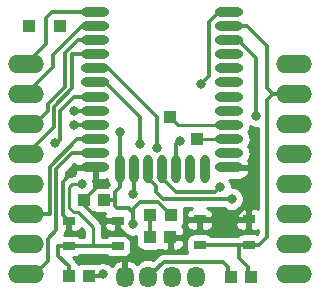
<source format=gtl>
G04 #@! TF.GenerationSoftware,KiCad,Pcbnew,(5.1.2)-1*
G04 #@! TF.CreationDate,2022-10-09T20:42:29+09:00*
G04 #@! TF.ProjectId,ble5,626c6535-2e6b-4696-9361-645f70636258,v2.1*
G04 #@! TF.SameCoordinates,Original*
G04 #@! TF.FileFunction,Copper,L1,Top*
G04 #@! TF.FilePolarity,Positive*
%FSLAX46Y46*%
G04 Gerber Fmt 4.6, Leading zero omitted, Abs format (unit mm)*
G04 Created by KiCad (PCBNEW (5.1.2)-1) date 2022-10-09 20:42:29*
%MOMM*%
%LPD*%
G04 APERTURE LIST*
%ADD10R,1.000000X1.000000*%
%ADD11O,2.400000X0.800000*%
%ADD12O,0.800000X2.400000*%
%ADD13R,1.100000X1.000000*%
%ADD14R,1.049020X1.079500*%
%ADD15O,3.048000X1.524000*%
%ADD16R,1.050000X0.650000*%
%ADD17O,1.524000X1.800000*%
%ADD18C,0.800000*%
%ADD19C,0.300000*%
%ADD20C,0.250000*%
%ADD21C,0.254000*%
G04 APERTURE END LIST*
D10*
X128800000Y-50800000D03*
X126500000Y-48900000D03*
D11*
X131500000Y-40000000D03*
X131500000Y-41200000D03*
X131500000Y-42400000D03*
X131500000Y-43600000D03*
X131500000Y-44800000D03*
X131500000Y-46000000D03*
X131500000Y-47200000D03*
X131500000Y-48400000D03*
X131500000Y-49600000D03*
X131500000Y-50800000D03*
X131500000Y-52000000D03*
X131500000Y-53200000D03*
D12*
X129450000Y-53300000D03*
X128250000Y-53300000D03*
X127050000Y-53300000D03*
X125850000Y-53300000D03*
X124650000Y-53300000D03*
X123450000Y-53300000D03*
X122250000Y-53300000D03*
D11*
X120200000Y-53200000D03*
X120200000Y-52000000D03*
X120200000Y-50800000D03*
X120200000Y-49600000D03*
X120200000Y-48400000D03*
X120200000Y-47200000D03*
X120200000Y-46000000D03*
X120200000Y-44800000D03*
X120200000Y-43600000D03*
X120200000Y-42400000D03*
X120200000Y-41200000D03*
X120200000Y-40000000D03*
D10*
X117250000Y-41200000D03*
X114600000Y-41200000D03*
D13*
X119250000Y-55950000D03*
X120950000Y-55950000D03*
X124850000Y-59100000D03*
X126550000Y-59100000D03*
D14*
X126573760Y-57200000D03*
X124826240Y-57200000D03*
D15*
X114300000Y-44450000D03*
X114300000Y-46990000D03*
X114300000Y-49530000D03*
X114300000Y-52070000D03*
X114300000Y-54610000D03*
X114300000Y-57150000D03*
X114300000Y-59690000D03*
X114300000Y-62230000D03*
X137050000Y-44450000D03*
X137050000Y-46990000D03*
X137050000Y-49530000D03*
X137050000Y-52070000D03*
X137050000Y-54610000D03*
X137050000Y-57150000D03*
X137050000Y-59690000D03*
X137050000Y-62230000D03*
D13*
X119650000Y-62400000D03*
X117950000Y-62400000D03*
X133350000Y-62500000D03*
X131650000Y-62500000D03*
D16*
X122100000Y-59850000D03*
X117950000Y-59850000D03*
X122100000Y-57700000D03*
X117950000Y-57700000D03*
X129050000Y-57600000D03*
X133200000Y-57600000D03*
X129050000Y-59750000D03*
X133200000Y-59750000D03*
D17*
X128700000Y-62500000D03*
X126700000Y-62500000D03*
X124700000Y-62500000D03*
X122700000Y-62500000D03*
D18*
X129150000Y-46095000D03*
X118199850Y-53649850D03*
X122250000Y-50162800D03*
X120841700Y-62245000D03*
X123379700Y-58020300D03*
X116750000Y-51150000D03*
X123400000Y-55450000D03*
X119051400Y-54603200D03*
X133799992Y-48800000D03*
X127350000Y-50950000D03*
X130718080Y-54836820D03*
X131743780Y-55862520D03*
X123950002Y-51200000D03*
X125392000Y-51522700D03*
X118384100Y-49642690D03*
X118390100Y-48385700D03*
D19*
X119250000Y-55950000D02*
X120181100Y-55018900D01*
X120181100Y-55018900D02*
X120181100Y-53200000D01*
X122700000Y-62500000D02*
X122700000Y-61249700D01*
X122700000Y-61249700D02*
X123377100Y-60572600D01*
X123377100Y-60572600D02*
X123377100Y-59952100D01*
X132324700Y-57600000D02*
X132180700Y-57456000D01*
X129925300Y-57600000D02*
X130069300Y-57456000D01*
X130069300Y-57456000D02*
X132180700Y-57456000D01*
X126550000Y-59100000D02*
X126550000Y-59251700D01*
X120181100Y-53200000D02*
X118649700Y-53200000D01*
X120200000Y-53200000D02*
X120181100Y-53200000D01*
X133200000Y-57600000D02*
X132324700Y-57600000D01*
X129050000Y-57600000D02*
X129925300Y-57600000D01*
X116550000Y-40000000D02*
X120200000Y-40000000D01*
X115987400Y-40562600D02*
X116550000Y-40000000D01*
X114300000Y-44450000D02*
X115987400Y-42762600D01*
X115987400Y-42762600D02*
X115987400Y-40562600D01*
X129800000Y-45445000D02*
X129549999Y-45695001D01*
X129800000Y-40900000D02*
X129800000Y-45445000D01*
X131500000Y-40000000D02*
X130700000Y-40000000D01*
X129549999Y-45695001D02*
X129150000Y-46095000D01*
X130700000Y-40000000D02*
X129800000Y-40900000D01*
X118649700Y-53200000D02*
X118199850Y-53649850D01*
X117450000Y-54399700D02*
X118649700Y-53200000D01*
X117950000Y-57700000D02*
X117450000Y-57200000D01*
X117450000Y-57200000D02*
X117450000Y-54399700D01*
X133440000Y-53200000D02*
X131500000Y-53200000D01*
X133440000Y-55955700D02*
X133440000Y-53200000D01*
X132180700Y-57456000D02*
X132180700Y-57215000D01*
X132180700Y-57215000D02*
X133440000Y-55955700D01*
X127840000Y-57600000D02*
X129050000Y-57600000D01*
X127840000Y-58850000D02*
X127840000Y-57600000D01*
X126550000Y-59251700D02*
X127438300Y-59251700D01*
X127438300Y-59251700D02*
X127840000Y-58850000D01*
X123755000Y-60330000D02*
X123377100Y-59952100D01*
X126290000Y-60330000D02*
X123755000Y-60330000D01*
X126550000Y-59251700D02*
X126550000Y-60070000D01*
X126550000Y-60070000D02*
X126290000Y-60330000D01*
X122100000Y-58230000D02*
X122100000Y-57700000D01*
X123377100Y-59952100D02*
X123377100Y-59507100D01*
X123377100Y-59507100D02*
X122100000Y-58230000D01*
X121224700Y-57700000D02*
X122100000Y-57700000D01*
X120590000Y-57700000D02*
X121224700Y-57700000D01*
X119265100Y-56375100D02*
X120590000Y-57700000D01*
X119250000Y-55950000D02*
X119250000Y-56375100D01*
X119250000Y-56375100D02*
X119265100Y-56375100D01*
X124700000Y-62500000D02*
X125975300Y-61224700D01*
X125975300Y-61224700D02*
X130975000Y-61224700D01*
X130975000Y-61224700D02*
X131400000Y-61649700D01*
X131400000Y-62500000D02*
X131400000Y-61649700D01*
X122250000Y-53300000D02*
X122250000Y-50162800D01*
X122250000Y-53300000D02*
X122250000Y-54850300D01*
X121851300Y-55950000D02*
X121851300Y-55249000D01*
X121851300Y-55249000D02*
X122250000Y-54850300D01*
X121850300Y-55950000D02*
X121851300Y-55950000D01*
X120841700Y-62245000D02*
X120705300Y-62245000D01*
X120705300Y-62245000D02*
X120550300Y-62400000D01*
X119650000Y-62400000D02*
X120550300Y-62400000D01*
X120950000Y-55950000D02*
X121850300Y-55950000D01*
X125523800Y-56150000D02*
X126573800Y-57200000D01*
X123950000Y-56150000D02*
X125523800Y-56150000D01*
X123379700Y-57012400D02*
X123379700Y-56720300D01*
X123379700Y-56720300D02*
X123950000Y-56150000D01*
X123379700Y-57012400D02*
X123379700Y-58020300D01*
X123017300Y-56650000D02*
X123379700Y-57012400D01*
X122038700Y-56650000D02*
X123017300Y-56650000D01*
X121851300Y-55950000D02*
X121851300Y-56462600D01*
X121851300Y-56462600D02*
X122038700Y-56650000D01*
X124826200Y-57200000D02*
X124826200Y-58090100D01*
X124826200Y-58090100D02*
X124850000Y-58113900D01*
X124850000Y-58113900D02*
X124850000Y-59100000D01*
X135410800Y-46990000D02*
X135285600Y-46990000D01*
X137160000Y-46990000D02*
X135410800Y-46990000D01*
X133037600Y-59750000D02*
X133200000Y-59750000D01*
X132324700Y-59750000D02*
X129925300Y-59750000D01*
X133037600Y-59750000D02*
X132324700Y-59750000D01*
X132324700Y-59750000D02*
X132324700Y-60874400D01*
X132324700Y-60874400D02*
X133100000Y-61649700D01*
X129050000Y-59750000D02*
X129925300Y-59750000D01*
X133100000Y-62500000D02*
X133100000Y-61649700D01*
X134750000Y-47525600D02*
X135285600Y-46990000D01*
X134750000Y-59075300D02*
X134750000Y-47525600D01*
X133200000Y-59750000D02*
X134075300Y-59750000D01*
X134075300Y-59750000D02*
X134750000Y-59075300D01*
X133050300Y-41200000D02*
X131500000Y-41200000D01*
X134750000Y-42899700D02*
X133050300Y-41200000D01*
X135285600Y-46990000D02*
X134750000Y-46454400D01*
X134750000Y-46454400D02*
X134750000Y-42899700D01*
X120200000Y-47200000D02*
X118436198Y-47200000D01*
X118436198Y-47200000D02*
X117206300Y-48429898D01*
X114300000Y-54432903D02*
X114300000Y-54610000D01*
D20*
X116750000Y-51150000D02*
X116962600Y-51150000D01*
D19*
X117206300Y-48429898D02*
X117206300Y-50906300D01*
D20*
X116993700Y-50906300D02*
X116750000Y-51150000D01*
X117206300Y-50906300D02*
X116993700Y-50906300D01*
D19*
X116350000Y-57150000D02*
X114300000Y-57150000D01*
X116350000Y-53118309D02*
X116350000Y-57150000D01*
X120200000Y-50800000D02*
X118668309Y-50800000D01*
X118668309Y-50800000D02*
X116350000Y-53118309D01*
X119099900Y-41200000D02*
X120200000Y-41200000D01*
X116635900Y-43664000D02*
X119099900Y-41200000D01*
X114300000Y-46990000D02*
X116635900Y-44654100D01*
X116635900Y-44654100D02*
X116635900Y-43664000D01*
X115062000Y-49530000D02*
X116154690Y-48437310D01*
X114300000Y-49530000D02*
X115062000Y-49530000D01*
X116154690Y-48437310D02*
X116154690Y-47821957D01*
X118700000Y-42400000D02*
X120200000Y-42400000D01*
X116154690Y-47821957D02*
X117600000Y-46376647D01*
X117600000Y-46376647D02*
X117600000Y-43500000D01*
X117600000Y-43500000D02*
X118700000Y-42400000D01*
X118250000Y-43600000D02*
X120200000Y-43600000D01*
X118250000Y-46500000D02*
X118250000Y-43600000D01*
X116674700Y-48075300D02*
X118250000Y-46500000D01*
X116674700Y-49769500D02*
X116674700Y-48075300D01*
X114300000Y-52070000D02*
X114374200Y-52070000D01*
X114374200Y-52070000D02*
X116674700Y-49769500D01*
X123450000Y-55400000D02*
X123400000Y-55450000D01*
X123450000Y-53300000D02*
X123450000Y-55400000D01*
X115062000Y-62230000D02*
X114300000Y-62230000D01*
X120200000Y-52000000D02*
X118203715Y-52000000D01*
X116900000Y-58515117D02*
X116194010Y-59221107D01*
X116194010Y-59221107D02*
X116194010Y-61097990D01*
X116194010Y-61097990D02*
X115062000Y-62230000D01*
X118203715Y-52000000D02*
X116900000Y-53303715D01*
X116900000Y-53303715D02*
X116900000Y-58515117D01*
X117950000Y-59850000D02*
X118846600Y-59850000D01*
X117950000Y-62400000D02*
X117950000Y-61549700D01*
X117950000Y-59850000D02*
X117074700Y-59850000D01*
X117074700Y-59850000D02*
X117074700Y-60674400D01*
X117074700Y-60674400D02*
X117950000Y-61549700D01*
D20*
X118754642Y-57004990D02*
X120000000Y-58250348D01*
X118354990Y-57004990D02*
X118754642Y-57004990D01*
D19*
X120000000Y-59850000D02*
X122100000Y-59850000D01*
D20*
X120000000Y-58250348D02*
X120000000Y-59850000D01*
X119051400Y-54603200D02*
X118246800Y-54603200D01*
D19*
X118846600Y-59850000D02*
X120000000Y-59850000D01*
D20*
X118246800Y-54603200D02*
X118000000Y-54850000D01*
X118000000Y-54850000D02*
X118000000Y-56650000D01*
X118000000Y-56650000D02*
X118354990Y-57004990D01*
D19*
X131500000Y-42400000D02*
X132300000Y-42400000D01*
X133799992Y-48234315D02*
X133799992Y-48800000D01*
X133799992Y-43899992D02*
X133799992Y-48234315D01*
X132300000Y-42400000D02*
X133799992Y-43899992D01*
X127050000Y-51250000D02*
X127350000Y-50950000D01*
X127050000Y-53300000D02*
X127050000Y-51250000D01*
X125850000Y-54100000D02*
X127000299Y-55250299D01*
X125850000Y-53300000D02*
X125850000Y-54100000D01*
X130304601Y-55250299D02*
X130318081Y-55236819D01*
X130318081Y-55236819D02*
X130718080Y-54836820D01*
X127000299Y-55250299D02*
X130304601Y-55250299D01*
X125971726Y-55862520D02*
X131178095Y-55862520D01*
X125350000Y-54800000D02*
X125350000Y-55240794D01*
X124650000Y-53300000D02*
X124650000Y-54100000D01*
X124650000Y-54100000D02*
X125350000Y-54800000D01*
X125350000Y-55240794D02*
X125971726Y-55862520D01*
X131178095Y-55862520D02*
X131743780Y-55862520D01*
X120200000Y-46000000D02*
X121000000Y-46000000D01*
X123950002Y-50634315D02*
X123950002Y-51200000D01*
X121000000Y-46000000D02*
X123950002Y-48950002D01*
X123950002Y-48950002D02*
X123950002Y-50634315D01*
X125392000Y-48906294D02*
X125392000Y-50957015D01*
X125392000Y-50957015D02*
X125392000Y-51522700D01*
X121285706Y-44800000D02*
X125392000Y-48906294D01*
X120200000Y-44800000D02*
X121285706Y-44800000D01*
X118426790Y-49600000D02*
X118384100Y-49642690D01*
X120200000Y-49600000D02*
X118426790Y-49600000D01*
X120200000Y-48400000D02*
X118649700Y-48400000D01*
X118390100Y-48385700D02*
X118635400Y-48385700D01*
X118635400Y-48385700D02*
X118649700Y-48400000D01*
D20*
X127200000Y-49600000D02*
X126500000Y-48900000D01*
X131500000Y-49600000D02*
X127200000Y-49600000D01*
X128800000Y-50800000D02*
X131500000Y-50800000D01*
D21*
G36*
X133498094Y-49795226D02*
G01*
X133698053Y-49835000D01*
X133901931Y-49835000D01*
X133965001Y-49822455D01*
X133965000Y-56684230D01*
X133849482Y-56649188D01*
X133725000Y-56636928D01*
X133485750Y-56640000D01*
X133327000Y-56798750D01*
X133327000Y-57473000D01*
X133347000Y-57473000D01*
X133347000Y-57727000D01*
X133327000Y-57727000D01*
X133327000Y-58401250D01*
X133485750Y-58560000D01*
X133725000Y-58563072D01*
X133849482Y-58550812D01*
X133965000Y-58515770D01*
X133965000Y-58750142D01*
X133900483Y-58814659D01*
X133849482Y-58799188D01*
X133725000Y-58786928D01*
X132675000Y-58786928D01*
X132550518Y-58799188D01*
X132430820Y-58835498D01*
X132320506Y-58894463D01*
X132234556Y-58965000D01*
X130015444Y-58965000D01*
X129929494Y-58894463D01*
X129819180Y-58835498D01*
X129699482Y-58799188D01*
X129575000Y-58786928D01*
X128525000Y-58786928D01*
X128400518Y-58799188D01*
X128280820Y-58835498D01*
X128170506Y-58894463D01*
X128073815Y-58973815D01*
X127994463Y-59070506D01*
X127935498Y-59180820D01*
X127899188Y-59300518D01*
X127886928Y-59425000D01*
X127886928Y-60075000D01*
X127899188Y-60199482D01*
X127935498Y-60319180D01*
X127994463Y-60429494D01*
X128002839Y-60439700D01*
X126013856Y-60439700D01*
X125975300Y-60435903D01*
X125936744Y-60439700D01*
X125936739Y-60439700D01*
X125896326Y-60443680D01*
X125821413Y-60451058D01*
X125673440Y-60495946D01*
X125537067Y-60568838D01*
X125417536Y-60666936D01*
X125392953Y-60696890D01*
X125074193Y-61015650D01*
X124973860Y-60985214D01*
X124700000Y-60958241D01*
X124426141Y-60985214D01*
X124162806Y-61065096D01*
X123920114Y-61194817D01*
X123707393Y-61369392D01*
X123694039Y-61385663D01*
X123530330Y-61237865D01*
X123295068Y-61097476D01*
X123043070Y-61007780D01*
X122827000Y-61130280D01*
X122827000Y-62373000D01*
X122847000Y-62373000D01*
X122847000Y-62627000D01*
X122827000Y-62627000D01*
X122827000Y-62647000D01*
X122573000Y-62647000D01*
X122573000Y-62627000D01*
X122553000Y-62627000D01*
X122553000Y-62373000D01*
X122573000Y-62373000D01*
X122573000Y-61130280D01*
X122356930Y-61007780D01*
X122104932Y-61097476D01*
X121869670Y-61237865D01*
X121666317Y-61421454D01*
X121587588Y-61527177D01*
X121501474Y-61441063D01*
X121331956Y-61327795D01*
X121143598Y-61249774D01*
X120943639Y-61210000D01*
X120739761Y-61210000D01*
X120539802Y-61249774D01*
X120414753Y-61301571D01*
X120324482Y-61274188D01*
X120200000Y-61261928D01*
X119100000Y-61261928D01*
X118975518Y-61274188D01*
X118855820Y-61310498D01*
X118800000Y-61340335D01*
X118744180Y-61310498D01*
X118693057Y-61294990D01*
X118678754Y-61247840D01*
X118670375Y-61232164D01*
X118605862Y-61111467D01*
X118507764Y-60991936D01*
X118477815Y-60967357D01*
X118323530Y-60813072D01*
X118475000Y-60813072D01*
X118599482Y-60800812D01*
X118719180Y-60764502D01*
X118829494Y-60705537D01*
X118915444Y-60635000D01*
X121134556Y-60635000D01*
X121220506Y-60705537D01*
X121330820Y-60764502D01*
X121450518Y-60800812D01*
X121575000Y-60813072D01*
X122625000Y-60813072D01*
X122749482Y-60800812D01*
X122869180Y-60764502D01*
X122979494Y-60705537D01*
X123076185Y-60626185D01*
X123155537Y-60529494D01*
X123214502Y-60419180D01*
X123250812Y-60299482D01*
X123263072Y-60175000D01*
X123263072Y-59525000D01*
X123250812Y-59400518D01*
X123214502Y-59280820D01*
X123155537Y-59170506D01*
X123076185Y-59073815D01*
X122979494Y-58994463D01*
X122869180Y-58935498D01*
X122749482Y-58899188D01*
X122625000Y-58886928D01*
X121575000Y-58886928D01*
X121450518Y-58899188D01*
X121330820Y-58935498D01*
X121220506Y-58994463D01*
X121134556Y-59065000D01*
X120760000Y-59065000D01*
X120760000Y-58287670D01*
X120763676Y-58250347D01*
X120760000Y-58213024D01*
X120760000Y-58213015D01*
X120749003Y-58101362D01*
X120725840Y-58025000D01*
X120936928Y-58025000D01*
X120949188Y-58149482D01*
X120985498Y-58269180D01*
X121044463Y-58379494D01*
X121123815Y-58476185D01*
X121220506Y-58555537D01*
X121330820Y-58614502D01*
X121450518Y-58650812D01*
X121575000Y-58663072D01*
X121814250Y-58660000D01*
X121973000Y-58501250D01*
X121973000Y-57827000D01*
X121098750Y-57827000D01*
X120940000Y-57985750D01*
X120936928Y-58025000D01*
X120725840Y-58025000D01*
X120705546Y-57958101D01*
X120634974Y-57826072D01*
X120540001Y-57710347D01*
X120511004Y-57686550D01*
X119902437Y-57077983D01*
X119924482Y-57075812D01*
X120044180Y-57039502D01*
X120100000Y-57009665D01*
X120155820Y-57039502D01*
X120275518Y-57075812D01*
X120400000Y-57088072D01*
X121008348Y-57088072D01*
X120985498Y-57130820D01*
X120949188Y-57250518D01*
X120936928Y-57375000D01*
X120940000Y-57414250D01*
X121098750Y-57573000D01*
X121973000Y-57573000D01*
X121973000Y-57553000D01*
X122227000Y-57553000D01*
X122227000Y-57573000D01*
X122247000Y-57573000D01*
X122247000Y-57827000D01*
X122227000Y-57827000D01*
X122227000Y-58501250D01*
X122385750Y-58660000D01*
X122563878Y-58662287D01*
X122575763Y-58680074D01*
X122719926Y-58824237D01*
X122889444Y-58937505D01*
X123077802Y-59015526D01*
X123277761Y-59055300D01*
X123481639Y-59055300D01*
X123661928Y-59019439D01*
X123661928Y-59600000D01*
X123674188Y-59724482D01*
X123710498Y-59844180D01*
X123769463Y-59954494D01*
X123848815Y-60051185D01*
X123945506Y-60130537D01*
X124055820Y-60189502D01*
X124175518Y-60225812D01*
X124300000Y-60238072D01*
X125400000Y-60238072D01*
X125524482Y-60225812D01*
X125644180Y-60189502D01*
X125700000Y-60159665D01*
X125755820Y-60189502D01*
X125875518Y-60225812D01*
X126000000Y-60238072D01*
X126264250Y-60235000D01*
X126423000Y-60076250D01*
X126423000Y-59227000D01*
X126677000Y-59227000D01*
X126677000Y-60076250D01*
X126835750Y-60235000D01*
X127100000Y-60238072D01*
X127224482Y-60225812D01*
X127344180Y-60189502D01*
X127454494Y-60130537D01*
X127551185Y-60051185D01*
X127630537Y-59954494D01*
X127689502Y-59844180D01*
X127725812Y-59724482D01*
X127738072Y-59600000D01*
X127735000Y-59385750D01*
X127576250Y-59227000D01*
X126677000Y-59227000D01*
X126423000Y-59227000D01*
X126403000Y-59227000D01*
X126403000Y-58973000D01*
X126423000Y-58973000D01*
X126423000Y-58953000D01*
X126677000Y-58953000D01*
X126677000Y-58973000D01*
X127576250Y-58973000D01*
X127735000Y-58814250D01*
X127738072Y-58600000D01*
X127725812Y-58475518D01*
X127689502Y-58355820D01*
X127630537Y-58245506D01*
X127567603Y-58168821D01*
X127628807Y-58094244D01*
X127687772Y-57983930D01*
X127705648Y-57925000D01*
X127886928Y-57925000D01*
X127899188Y-58049482D01*
X127935498Y-58169180D01*
X127994463Y-58279494D01*
X128073815Y-58376185D01*
X128170506Y-58455537D01*
X128280820Y-58514502D01*
X128400518Y-58550812D01*
X128525000Y-58563072D01*
X128764250Y-58560000D01*
X128923000Y-58401250D01*
X128923000Y-57727000D01*
X129177000Y-57727000D01*
X129177000Y-58401250D01*
X129335750Y-58560000D01*
X129575000Y-58563072D01*
X129699482Y-58550812D01*
X129819180Y-58514502D01*
X129929494Y-58455537D01*
X130026185Y-58376185D01*
X130105537Y-58279494D01*
X130164502Y-58169180D01*
X130200812Y-58049482D01*
X130213072Y-57925000D01*
X132036928Y-57925000D01*
X132049188Y-58049482D01*
X132085498Y-58169180D01*
X132144463Y-58279494D01*
X132223815Y-58376185D01*
X132320506Y-58455537D01*
X132430820Y-58514502D01*
X132550518Y-58550812D01*
X132675000Y-58563072D01*
X132914250Y-58560000D01*
X133073000Y-58401250D01*
X133073000Y-57727000D01*
X132198750Y-57727000D01*
X132040000Y-57885750D01*
X132036928Y-57925000D01*
X130213072Y-57925000D01*
X130210000Y-57885750D01*
X130051250Y-57727000D01*
X129177000Y-57727000D01*
X128923000Y-57727000D01*
X128048750Y-57727000D01*
X127890000Y-57885750D01*
X127886928Y-57925000D01*
X127705648Y-57925000D01*
X127724082Y-57864232D01*
X127736342Y-57739750D01*
X127736342Y-56660250D01*
X127735088Y-56647520D01*
X128417454Y-56647520D01*
X128400518Y-56649188D01*
X128280820Y-56685498D01*
X128170506Y-56744463D01*
X128073815Y-56823815D01*
X127994463Y-56920506D01*
X127935498Y-57030820D01*
X127899188Y-57150518D01*
X127886928Y-57275000D01*
X127890000Y-57314250D01*
X128048750Y-57473000D01*
X128923000Y-57473000D01*
X128923000Y-57453000D01*
X129177000Y-57453000D01*
X129177000Y-57473000D01*
X130051250Y-57473000D01*
X130210000Y-57314250D01*
X130213072Y-57275000D01*
X132036928Y-57275000D01*
X132040000Y-57314250D01*
X132198750Y-57473000D01*
X133073000Y-57473000D01*
X133073000Y-56798750D01*
X132914250Y-56640000D01*
X132675000Y-56636928D01*
X132550518Y-56649188D01*
X132430820Y-56685498D01*
X132320506Y-56744463D01*
X132223815Y-56823815D01*
X132144463Y-56920506D01*
X132085498Y-57030820D01*
X132049188Y-57150518D01*
X132036928Y-57275000D01*
X130213072Y-57275000D01*
X130200812Y-57150518D01*
X130164502Y-57030820D01*
X130105537Y-56920506D01*
X130026185Y-56823815D01*
X129929494Y-56744463D01*
X129819180Y-56685498D01*
X129699482Y-56649188D01*
X129682546Y-56647520D01*
X131065069Y-56647520D01*
X131084006Y-56666457D01*
X131253524Y-56779725D01*
X131441882Y-56857746D01*
X131641841Y-56897520D01*
X131845719Y-56897520D01*
X132045678Y-56857746D01*
X132234036Y-56779725D01*
X132403554Y-56666457D01*
X132547717Y-56522294D01*
X132660985Y-56352776D01*
X132739006Y-56164418D01*
X132778780Y-55964459D01*
X132778780Y-55760581D01*
X132739006Y-55560622D01*
X132660985Y-55372264D01*
X132547717Y-55202746D01*
X132403554Y-55058583D01*
X132234036Y-54945315D01*
X132045678Y-54867294D01*
X131845719Y-54827520D01*
X131753080Y-54827520D01*
X131753080Y-54734881D01*
X131713306Y-54534922D01*
X131635285Y-54346564D01*
X131560741Y-54235000D01*
X132427000Y-54235000D01*
X132626478Y-54190336D01*
X132813410Y-54107614D01*
X132980612Y-53990013D01*
X133121658Y-53842052D01*
X133231128Y-53669418D01*
X133294666Y-53486123D01*
X133166998Y-53327000D01*
X131627000Y-53327000D01*
X131627000Y-53347000D01*
X131373000Y-53347000D01*
X131373000Y-53327000D01*
X131353000Y-53327000D01*
X131353000Y-53073000D01*
X131373000Y-53073000D01*
X131373000Y-53053000D01*
X131627000Y-53053000D01*
X131627000Y-53073000D01*
X133166998Y-53073000D01*
X133294666Y-52913877D01*
X133231128Y-52730582D01*
X133147534Y-52598755D01*
X133164734Y-52577797D01*
X133260841Y-52397993D01*
X133320024Y-52202895D01*
X133340007Y-52000000D01*
X133320024Y-51797105D01*
X133260841Y-51602007D01*
X133164734Y-51422203D01*
X133146512Y-51400000D01*
X133164734Y-51377797D01*
X133260841Y-51197993D01*
X133320024Y-51002895D01*
X133340007Y-50800000D01*
X133320024Y-50597105D01*
X133260841Y-50402007D01*
X133164734Y-50222203D01*
X133146512Y-50200000D01*
X133164734Y-50177797D01*
X133260841Y-49997993D01*
X133320024Y-49802895D01*
X133327729Y-49724658D01*
X133498094Y-49795226D01*
X133498094Y-49795226D01*
G37*
X133498094Y-49795226D02*
X133698053Y-49835000D01*
X133901931Y-49835000D01*
X133965001Y-49822455D01*
X133965000Y-56684230D01*
X133849482Y-56649188D01*
X133725000Y-56636928D01*
X133485750Y-56640000D01*
X133327000Y-56798750D01*
X133327000Y-57473000D01*
X133347000Y-57473000D01*
X133347000Y-57727000D01*
X133327000Y-57727000D01*
X133327000Y-58401250D01*
X133485750Y-58560000D01*
X133725000Y-58563072D01*
X133849482Y-58550812D01*
X133965000Y-58515770D01*
X133965000Y-58750142D01*
X133900483Y-58814659D01*
X133849482Y-58799188D01*
X133725000Y-58786928D01*
X132675000Y-58786928D01*
X132550518Y-58799188D01*
X132430820Y-58835498D01*
X132320506Y-58894463D01*
X132234556Y-58965000D01*
X130015444Y-58965000D01*
X129929494Y-58894463D01*
X129819180Y-58835498D01*
X129699482Y-58799188D01*
X129575000Y-58786928D01*
X128525000Y-58786928D01*
X128400518Y-58799188D01*
X128280820Y-58835498D01*
X128170506Y-58894463D01*
X128073815Y-58973815D01*
X127994463Y-59070506D01*
X127935498Y-59180820D01*
X127899188Y-59300518D01*
X127886928Y-59425000D01*
X127886928Y-60075000D01*
X127899188Y-60199482D01*
X127935498Y-60319180D01*
X127994463Y-60429494D01*
X128002839Y-60439700D01*
X126013856Y-60439700D01*
X125975300Y-60435903D01*
X125936744Y-60439700D01*
X125936739Y-60439700D01*
X125896326Y-60443680D01*
X125821413Y-60451058D01*
X125673440Y-60495946D01*
X125537067Y-60568838D01*
X125417536Y-60666936D01*
X125392953Y-60696890D01*
X125074193Y-61015650D01*
X124973860Y-60985214D01*
X124700000Y-60958241D01*
X124426141Y-60985214D01*
X124162806Y-61065096D01*
X123920114Y-61194817D01*
X123707393Y-61369392D01*
X123694039Y-61385663D01*
X123530330Y-61237865D01*
X123295068Y-61097476D01*
X123043070Y-61007780D01*
X122827000Y-61130280D01*
X122827000Y-62373000D01*
X122847000Y-62373000D01*
X122847000Y-62627000D01*
X122827000Y-62627000D01*
X122827000Y-62647000D01*
X122573000Y-62647000D01*
X122573000Y-62627000D01*
X122553000Y-62627000D01*
X122553000Y-62373000D01*
X122573000Y-62373000D01*
X122573000Y-61130280D01*
X122356930Y-61007780D01*
X122104932Y-61097476D01*
X121869670Y-61237865D01*
X121666317Y-61421454D01*
X121587588Y-61527177D01*
X121501474Y-61441063D01*
X121331956Y-61327795D01*
X121143598Y-61249774D01*
X120943639Y-61210000D01*
X120739761Y-61210000D01*
X120539802Y-61249774D01*
X120414753Y-61301571D01*
X120324482Y-61274188D01*
X120200000Y-61261928D01*
X119100000Y-61261928D01*
X118975518Y-61274188D01*
X118855820Y-61310498D01*
X118800000Y-61340335D01*
X118744180Y-61310498D01*
X118693057Y-61294990D01*
X118678754Y-61247840D01*
X118670375Y-61232164D01*
X118605862Y-61111467D01*
X118507764Y-60991936D01*
X118477815Y-60967357D01*
X118323530Y-60813072D01*
X118475000Y-60813072D01*
X118599482Y-60800812D01*
X118719180Y-60764502D01*
X118829494Y-60705537D01*
X118915444Y-60635000D01*
X121134556Y-60635000D01*
X121220506Y-60705537D01*
X121330820Y-60764502D01*
X121450518Y-60800812D01*
X121575000Y-60813072D01*
X122625000Y-60813072D01*
X122749482Y-60800812D01*
X122869180Y-60764502D01*
X122979494Y-60705537D01*
X123076185Y-60626185D01*
X123155537Y-60529494D01*
X123214502Y-60419180D01*
X123250812Y-60299482D01*
X123263072Y-60175000D01*
X123263072Y-59525000D01*
X123250812Y-59400518D01*
X123214502Y-59280820D01*
X123155537Y-59170506D01*
X123076185Y-59073815D01*
X122979494Y-58994463D01*
X122869180Y-58935498D01*
X122749482Y-58899188D01*
X122625000Y-58886928D01*
X121575000Y-58886928D01*
X121450518Y-58899188D01*
X121330820Y-58935498D01*
X121220506Y-58994463D01*
X121134556Y-59065000D01*
X120760000Y-59065000D01*
X120760000Y-58287670D01*
X120763676Y-58250347D01*
X120760000Y-58213024D01*
X120760000Y-58213015D01*
X120749003Y-58101362D01*
X120725840Y-58025000D01*
X120936928Y-58025000D01*
X120949188Y-58149482D01*
X120985498Y-58269180D01*
X121044463Y-58379494D01*
X121123815Y-58476185D01*
X121220506Y-58555537D01*
X121330820Y-58614502D01*
X121450518Y-58650812D01*
X121575000Y-58663072D01*
X121814250Y-58660000D01*
X121973000Y-58501250D01*
X121973000Y-57827000D01*
X121098750Y-57827000D01*
X120940000Y-57985750D01*
X120936928Y-58025000D01*
X120725840Y-58025000D01*
X120705546Y-57958101D01*
X120634974Y-57826072D01*
X120540001Y-57710347D01*
X120511004Y-57686550D01*
X119902437Y-57077983D01*
X119924482Y-57075812D01*
X120044180Y-57039502D01*
X120100000Y-57009665D01*
X120155820Y-57039502D01*
X120275518Y-57075812D01*
X120400000Y-57088072D01*
X121008348Y-57088072D01*
X120985498Y-57130820D01*
X120949188Y-57250518D01*
X120936928Y-57375000D01*
X120940000Y-57414250D01*
X121098750Y-57573000D01*
X121973000Y-57573000D01*
X121973000Y-57553000D01*
X122227000Y-57553000D01*
X122227000Y-57573000D01*
X122247000Y-57573000D01*
X122247000Y-57827000D01*
X122227000Y-57827000D01*
X122227000Y-58501250D01*
X122385750Y-58660000D01*
X122563878Y-58662287D01*
X122575763Y-58680074D01*
X122719926Y-58824237D01*
X122889444Y-58937505D01*
X123077802Y-59015526D01*
X123277761Y-59055300D01*
X123481639Y-59055300D01*
X123661928Y-59019439D01*
X123661928Y-59600000D01*
X123674188Y-59724482D01*
X123710498Y-59844180D01*
X123769463Y-59954494D01*
X123848815Y-60051185D01*
X123945506Y-60130537D01*
X124055820Y-60189502D01*
X124175518Y-60225812D01*
X124300000Y-60238072D01*
X125400000Y-60238072D01*
X125524482Y-60225812D01*
X125644180Y-60189502D01*
X125700000Y-60159665D01*
X125755820Y-60189502D01*
X125875518Y-60225812D01*
X126000000Y-60238072D01*
X126264250Y-60235000D01*
X126423000Y-60076250D01*
X126423000Y-59227000D01*
X126677000Y-59227000D01*
X126677000Y-60076250D01*
X126835750Y-60235000D01*
X127100000Y-60238072D01*
X127224482Y-60225812D01*
X127344180Y-60189502D01*
X127454494Y-60130537D01*
X127551185Y-60051185D01*
X127630537Y-59954494D01*
X127689502Y-59844180D01*
X127725812Y-59724482D01*
X127738072Y-59600000D01*
X127735000Y-59385750D01*
X127576250Y-59227000D01*
X126677000Y-59227000D01*
X126423000Y-59227000D01*
X126403000Y-59227000D01*
X126403000Y-58973000D01*
X126423000Y-58973000D01*
X126423000Y-58953000D01*
X126677000Y-58953000D01*
X126677000Y-58973000D01*
X127576250Y-58973000D01*
X127735000Y-58814250D01*
X127738072Y-58600000D01*
X127725812Y-58475518D01*
X127689502Y-58355820D01*
X127630537Y-58245506D01*
X127567603Y-58168821D01*
X127628807Y-58094244D01*
X127687772Y-57983930D01*
X127705648Y-57925000D01*
X127886928Y-57925000D01*
X127899188Y-58049482D01*
X127935498Y-58169180D01*
X127994463Y-58279494D01*
X128073815Y-58376185D01*
X128170506Y-58455537D01*
X128280820Y-58514502D01*
X128400518Y-58550812D01*
X128525000Y-58563072D01*
X128764250Y-58560000D01*
X128923000Y-58401250D01*
X128923000Y-57727000D01*
X129177000Y-57727000D01*
X129177000Y-58401250D01*
X129335750Y-58560000D01*
X129575000Y-58563072D01*
X129699482Y-58550812D01*
X129819180Y-58514502D01*
X129929494Y-58455537D01*
X130026185Y-58376185D01*
X130105537Y-58279494D01*
X130164502Y-58169180D01*
X130200812Y-58049482D01*
X130213072Y-57925000D01*
X132036928Y-57925000D01*
X132049188Y-58049482D01*
X132085498Y-58169180D01*
X132144463Y-58279494D01*
X132223815Y-58376185D01*
X132320506Y-58455537D01*
X132430820Y-58514502D01*
X132550518Y-58550812D01*
X132675000Y-58563072D01*
X132914250Y-58560000D01*
X133073000Y-58401250D01*
X133073000Y-57727000D01*
X132198750Y-57727000D01*
X132040000Y-57885750D01*
X132036928Y-57925000D01*
X130213072Y-57925000D01*
X130210000Y-57885750D01*
X130051250Y-57727000D01*
X129177000Y-57727000D01*
X128923000Y-57727000D01*
X128048750Y-57727000D01*
X127890000Y-57885750D01*
X127886928Y-57925000D01*
X127705648Y-57925000D01*
X127724082Y-57864232D01*
X127736342Y-57739750D01*
X127736342Y-56660250D01*
X127735088Y-56647520D01*
X128417454Y-56647520D01*
X128400518Y-56649188D01*
X128280820Y-56685498D01*
X128170506Y-56744463D01*
X128073815Y-56823815D01*
X127994463Y-56920506D01*
X127935498Y-57030820D01*
X127899188Y-57150518D01*
X127886928Y-57275000D01*
X127890000Y-57314250D01*
X128048750Y-57473000D01*
X128923000Y-57473000D01*
X128923000Y-57453000D01*
X129177000Y-57453000D01*
X129177000Y-57473000D01*
X130051250Y-57473000D01*
X130210000Y-57314250D01*
X130213072Y-57275000D01*
X132036928Y-57275000D01*
X132040000Y-57314250D01*
X132198750Y-57473000D01*
X133073000Y-57473000D01*
X133073000Y-56798750D01*
X132914250Y-56640000D01*
X132675000Y-56636928D01*
X132550518Y-56649188D01*
X132430820Y-56685498D01*
X132320506Y-56744463D01*
X132223815Y-56823815D01*
X132144463Y-56920506D01*
X132085498Y-57030820D01*
X132049188Y-57150518D01*
X132036928Y-57275000D01*
X130213072Y-57275000D01*
X130200812Y-57150518D01*
X130164502Y-57030820D01*
X130105537Y-56920506D01*
X130026185Y-56823815D01*
X129929494Y-56744463D01*
X129819180Y-56685498D01*
X129699482Y-56649188D01*
X129682546Y-56647520D01*
X131065069Y-56647520D01*
X131084006Y-56666457D01*
X131253524Y-56779725D01*
X131441882Y-56857746D01*
X131641841Y-56897520D01*
X131845719Y-56897520D01*
X132045678Y-56857746D01*
X132234036Y-56779725D01*
X132403554Y-56666457D01*
X132547717Y-56522294D01*
X132660985Y-56352776D01*
X132739006Y-56164418D01*
X132778780Y-55964459D01*
X132778780Y-55760581D01*
X132739006Y-55560622D01*
X132660985Y-55372264D01*
X132547717Y-55202746D01*
X132403554Y-55058583D01*
X132234036Y-54945315D01*
X132045678Y-54867294D01*
X131845719Y-54827520D01*
X131753080Y-54827520D01*
X131753080Y-54734881D01*
X131713306Y-54534922D01*
X131635285Y-54346564D01*
X131560741Y-54235000D01*
X132427000Y-54235000D01*
X132626478Y-54190336D01*
X132813410Y-54107614D01*
X132980612Y-53990013D01*
X133121658Y-53842052D01*
X133231128Y-53669418D01*
X133294666Y-53486123D01*
X133166998Y-53327000D01*
X131627000Y-53327000D01*
X131627000Y-53347000D01*
X131373000Y-53347000D01*
X131373000Y-53327000D01*
X131353000Y-53327000D01*
X131353000Y-53073000D01*
X131373000Y-53073000D01*
X131373000Y-53053000D01*
X131627000Y-53053000D01*
X131627000Y-53073000D01*
X133166998Y-53073000D01*
X133294666Y-52913877D01*
X133231128Y-52730582D01*
X133147534Y-52598755D01*
X133164734Y-52577797D01*
X133260841Y-52397993D01*
X133320024Y-52202895D01*
X133340007Y-52000000D01*
X133320024Y-51797105D01*
X133260841Y-51602007D01*
X133164734Y-51422203D01*
X133146512Y-51400000D01*
X133164734Y-51377797D01*
X133260841Y-51197993D01*
X133320024Y-51002895D01*
X133340007Y-50800000D01*
X133320024Y-50597105D01*
X133260841Y-50402007D01*
X133164734Y-50222203D01*
X133146512Y-50200000D01*
X133164734Y-50177797D01*
X133260841Y-49997993D01*
X133320024Y-49802895D01*
X133327729Y-49724658D01*
X133498094Y-49795226D01*
G36*
X117930714Y-57639964D02*
G01*
X118062743Y-57710536D01*
X118097000Y-57720928D01*
X118097000Y-57827000D01*
X118077000Y-57827000D01*
X118077000Y-58501250D01*
X118235750Y-58660000D01*
X118475000Y-58663072D01*
X118599482Y-58650812D01*
X118719180Y-58614502D01*
X118829494Y-58555537D01*
X118926185Y-58476185D01*
X119005537Y-58379494D01*
X119022538Y-58347688D01*
X119240000Y-58565150D01*
X119240001Y-59065000D01*
X118915444Y-59065000D01*
X118829494Y-58994463D01*
X118719180Y-58935498D01*
X118599482Y-58899188D01*
X118475000Y-58886928D01*
X117591365Y-58886928D01*
X117628754Y-58816977D01*
X117635742Y-58793941D01*
X117673642Y-58669004D01*
X117675652Y-58648598D01*
X117823000Y-58501250D01*
X117823000Y-57827000D01*
X117803000Y-57827000D01*
X117803000Y-57573000D01*
X117823000Y-57573000D01*
X117823000Y-57553000D01*
X117824749Y-57553000D01*
X117930714Y-57639964D01*
X117930714Y-57639964D01*
G37*
X117930714Y-57639964D02*
X118062743Y-57710536D01*
X118097000Y-57720928D01*
X118097000Y-57827000D01*
X118077000Y-57827000D01*
X118077000Y-58501250D01*
X118235750Y-58660000D01*
X118475000Y-58663072D01*
X118599482Y-58650812D01*
X118719180Y-58614502D01*
X118829494Y-58555537D01*
X118926185Y-58476185D01*
X119005537Y-58379494D01*
X119022538Y-58347688D01*
X119240000Y-58565150D01*
X119240001Y-59065000D01*
X118915444Y-59065000D01*
X118829494Y-58994463D01*
X118719180Y-58935498D01*
X118599482Y-58899188D01*
X118475000Y-58886928D01*
X117591365Y-58886928D01*
X117628754Y-58816977D01*
X117635742Y-58793941D01*
X117673642Y-58669004D01*
X117675652Y-58648598D01*
X117823000Y-58501250D01*
X117823000Y-57827000D01*
X117803000Y-57827000D01*
X117803000Y-57573000D01*
X117823000Y-57573000D01*
X117823000Y-57553000D01*
X117824749Y-57553000D01*
X117930714Y-57639964D01*
G36*
X119377000Y-55823000D02*
G01*
X119397000Y-55823000D01*
X119397000Y-56077000D01*
X119377000Y-56077000D01*
X119377000Y-56097000D01*
X119123000Y-56097000D01*
X119123000Y-56077000D01*
X119103000Y-56077000D01*
X119103000Y-55823000D01*
X119123000Y-55823000D01*
X119123000Y-55803000D01*
X119377000Y-55803000D01*
X119377000Y-55823000D01*
X119377000Y-55823000D01*
G37*
X119377000Y-55823000D02*
X119397000Y-55823000D01*
X119397000Y-56077000D01*
X119377000Y-56077000D01*
X119377000Y-56097000D01*
X119123000Y-56097000D01*
X119123000Y-56077000D01*
X119103000Y-56077000D01*
X119103000Y-55823000D01*
X119123000Y-55823000D01*
X119123000Y-55803000D01*
X119377000Y-55803000D01*
X119377000Y-55823000D01*
G36*
X118405334Y-52913877D02*
G01*
X118533002Y-53073000D01*
X120073000Y-53073000D01*
X120073000Y-53053000D01*
X120327000Y-53053000D01*
X120327000Y-53073000D01*
X120347000Y-53073000D01*
X120347000Y-53327000D01*
X120327000Y-53327000D01*
X120327000Y-54235000D01*
X121127000Y-54235000D01*
X121221212Y-54213905D01*
X121229977Y-54302895D01*
X121289160Y-54497993D01*
X121359867Y-54630276D01*
X121323485Y-54666658D01*
X121293537Y-54691236D01*
X121268959Y-54721184D01*
X121268955Y-54721188D01*
X121257718Y-54734881D01*
X121195439Y-54810767D01*
X121194818Y-54811928D01*
X120400000Y-54811928D01*
X120275518Y-54824188D01*
X120155820Y-54860498D01*
X120100000Y-54890335D01*
X120054410Y-54865966D01*
X120086400Y-54705139D01*
X120086400Y-54501261D01*
X120046626Y-54301302D01*
X120019163Y-54235000D01*
X120073000Y-54235000D01*
X120073000Y-53327000D01*
X118533002Y-53327000D01*
X118405334Y-53486123D01*
X118468872Y-53669418D01*
X118503716Y-53724367D01*
X118391626Y-53799263D01*
X118347689Y-53843200D01*
X118284123Y-53843200D01*
X118246800Y-53839524D01*
X118209477Y-53843200D01*
X118209467Y-53843200D01*
X118097814Y-53854197D01*
X117954553Y-53897654D01*
X117822524Y-53968226D01*
X117706799Y-54063199D01*
X117685000Y-54089761D01*
X117685000Y-53628872D01*
X118408166Y-52905706D01*
X118405334Y-52913877D01*
X118405334Y-52913877D01*
G37*
X118405334Y-52913877D02*
X118533002Y-53073000D01*
X120073000Y-53073000D01*
X120073000Y-53053000D01*
X120327000Y-53053000D01*
X120327000Y-53073000D01*
X120347000Y-53073000D01*
X120347000Y-53327000D01*
X120327000Y-53327000D01*
X120327000Y-54235000D01*
X121127000Y-54235000D01*
X121221212Y-54213905D01*
X121229977Y-54302895D01*
X121289160Y-54497993D01*
X121359867Y-54630276D01*
X121323485Y-54666658D01*
X121293537Y-54691236D01*
X121268959Y-54721184D01*
X121268955Y-54721188D01*
X121257718Y-54734881D01*
X121195439Y-54810767D01*
X121194818Y-54811928D01*
X120400000Y-54811928D01*
X120275518Y-54824188D01*
X120155820Y-54860498D01*
X120100000Y-54890335D01*
X120054410Y-54865966D01*
X120086400Y-54705139D01*
X120086400Y-54501261D01*
X120046626Y-54301302D01*
X120019163Y-54235000D01*
X120073000Y-54235000D01*
X120073000Y-53327000D01*
X118533002Y-53327000D01*
X118405334Y-53486123D01*
X118468872Y-53669418D01*
X118503716Y-53724367D01*
X118391626Y-53799263D01*
X118347689Y-53843200D01*
X118284123Y-53843200D01*
X118246800Y-53839524D01*
X118209477Y-53843200D01*
X118209467Y-53843200D01*
X118097814Y-53854197D01*
X117954553Y-53897654D01*
X117822524Y-53968226D01*
X117706799Y-54063199D01*
X117685000Y-54089761D01*
X117685000Y-53628872D01*
X118408166Y-52905706D01*
X118405334Y-52913877D01*
M02*

</source>
